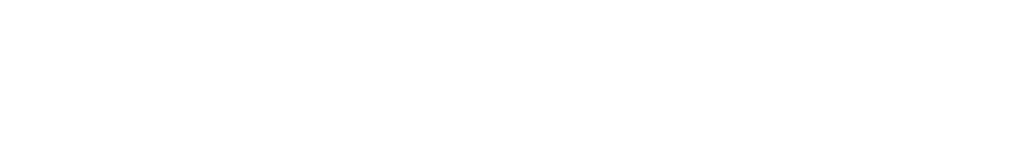
<source format=gts>
*%FSLAX23Y23*%
*%MOIN*%
G01*
D18*
X7311Y8332D02*
D03*
X9061Y8331D02*
D03*
X8189Y8329D02*
D03*
D20*
X13209Y8323D02*
D03*
X12962Y7623D02*
D03*
X12347Y7523D02*
D03*
X12402Y7493D02*
D03*
X11232Y7553D02*
D03*
X10632Y7663D02*
D03*
X10032Y7608D02*
D03*
X9106Y7707D02*
D03*
X9061Y8258D02*
D03*
X8962Y8263D02*
D03*
X8662Y8333D02*
D03*
X8494Y8443D02*
D03*
X8237Y7953D02*
D03*
Y8258D02*
D03*
X8367Y7848D02*
D03*
X8157Y8078D02*
D03*
X7922Y7878D02*
D03*
X7967Y7543D02*
D03*
X7997Y7573D02*
D03*
X8027Y7603D02*
D03*
X7642Y7908D02*
D03*
X7737Y7953D02*
D03*
Y7593D02*
D03*
X7537Y8038D02*
D03*
X7637Y8008D02*
D03*
X7437Y8068D02*
D03*
X7322Y8058D02*
D03*
X6872Y7873D02*
D03*
X6902Y7903D02*
D03*
X6901Y7958D02*
D03*
X6889Y8400D02*
D03*
X6853Y8086D02*
D03*
X6455Y8059D02*
D03*
X6200Y8561D02*
D03*
D24*
X8137Y8441D02*
D03*
X8037D02*
D03*
X7937D02*
D03*
X7837D02*
D03*
X7737D02*
D03*
X7637D02*
D03*
X7537D02*
D03*
X7437D02*
D03*
X6732Y8425D02*
D03*
X6632Y8325D02*
D03*
D27*
X6363Y8147D02*
D03*
X6113Y8247D02*
D03*
X6163Y8147D02*
D03*
X6213Y8247D02*
D03*
X6263Y8147D02*
D03*
X6313Y8247D02*
D03*
D29*
X12803Y7660D02*
D03*
Y7360D02*
D03*
X12403Y7660D02*
D03*
Y7360D02*
D03*
X14024Y8325D02*
D03*
Y8025D02*
D03*
X13624Y8325D02*
D03*
Y8025D02*
D03*
X13413Y8542D02*
D03*
Y8242D02*
D03*
X13013Y8542D02*
D03*
Y8242D02*
D03*
Y7809D02*
D03*
Y8109D02*
D03*
X13413Y7809D02*
D03*
Y8109D02*
D03*
X12403Y8025D02*
D03*
Y8325D02*
D03*
X12803Y8025D02*
D03*
Y8325D02*
D03*
X6858Y7660D02*
D03*
Y7460D02*
D03*
Y7360D02*
D03*
X6458D02*
D03*
Y7560D02*
D03*
Y7660D02*
D03*
X8079D02*
D03*
Y7360D02*
D03*
X7679Y7660D02*
D03*
Y7360D02*
D03*
X11740Y7660D02*
D03*
Y7360D02*
D03*
X11340Y7660D02*
D03*
Y7360D02*
D03*
X10520Y7660D02*
D03*
Y7360D02*
D03*
X10120Y7660D02*
D03*
Y7360D02*
D03*
X9299Y7660D02*
D03*
Y7360D02*
D03*
X8899Y7660D02*
D03*
Y7360D02*
D03*
D31*
X6419Y8219D02*
D03*
D36*
X7229Y7510D02*
D03*
X13213D02*
D03*
X12603Y8534D02*
D03*
X9709Y7510D02*
D03*
D38*
X7311Y7957D02*
D03*
X7261D02*
D03*
X7211D02*
D03*
X7161D02*
D03*
X7111D02*
D03*
X7061D02*
D03*
X7011D02*
D03*
X6961D02*
D03*
Y8332D02*
D03*
X7011D02*
D03*
X7061D02*
D03*
X7111D02*
D03*
X7161D02*
D03*
X7211D02*
D03*
X7261D02*
D03*
X9061Y7956D02*
D03*
X9011D02*
D03*
X8961D02*
D03*
X8911D02*
D03*
X8861D02*
D03*
X8811D02*
D03*
X8761D02*
D03*
X8711D02*
D03*
Y8331D02*
D03*
X8761D02*
D03*
X8811D02*
D03*
X8861D02*
D03*
X8911D02*
D03*
X8961D02*
D03*
X9011D02*
D03*
X8189Y7954D02*
D03*
X8139D02*
D03*
X8089D02*
D03*
X8039D02*
D03*
X7989D02*
D03*
X7939D02*
D03*
X7889D02*
D03*
X7839D02*
D03*
Y8329D02*
D03*
X7889D02*
D03*
X7939D02*
D03*
X7989D02*
D03*
X8039D02*
D03*
X8089D02*
D03*
X8139D02*
D03*
D40*
X7970Y7784D02*
D03*
Y7859D02*
D03*
D43*
X7890Y7822D02*
D03*
D44*
X8237Y8441D02*
D03*
X6832Y8325D02*
D03*
D47*
X6288Y8444D02*
D03*
X6388D02*
D03*
X6104D02*
D03*
X6204D02*
D03*
D48*
X6187Y7488D02*
D03*
Y7627D02*
D03*
D50*
X6344Y7558D02*
D03*
Y7658D02*
D03*
X8041Y7869D02*
D03*
Y7769D02*
D03*
X9227Y7908D02*
D03*
Y7808D02*
D03*
D52*
X9330Y7888D02*
D03*
Y8479D02*
D03*
Y8439D02*
D03*
Y8400D02*
D03*
Y8360D02*
D03*
Y8321D02*
D03*
Y8282D02*
D03*
Y8242D02*
D03*
Y8203D02*
D03*
Y8164D02*
D03*
Y8124D02*
D03*
Y8085D02*
D03*
Y8045D02*
D03*
Y8006D02*
D03*
Y7967D02*
D03*
Y7927D02*
D03*
D54*
X9424Y8594D02*
D03*
Y7772D02*
D03*
M02*

</source>
